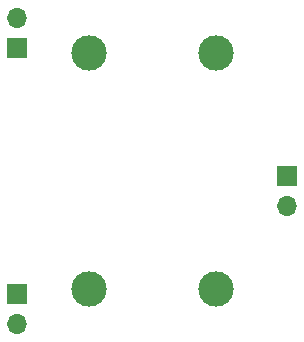
<source format=gbr>
%TF.GenerationSoftware,KiCad,Pcbnew,(6.0.8-1)-1*%
%TF.CreationDate,2023-01-25T17:11:04-08:00*%
%TF.ProjectId,SiPM_breakout,5369504d-5f62-4726-9561-6b6f75742e6b,rev?*%
%TF.SameCoordinates,Original*%
%TF.FileFunction,Soldermask,Bot*%
%TF.FilePolarity,Negative*%
%FSLAX46Y46*%
G04 Gerber Fmt 4.6, Leading zero omitted, Abs format (unit mm)*
G04 Created by KiCad (PCBNEW (6.0.8-1)-1) date 2023-01-25 17:11:04*
%MOMM*%
%LPD*%
G01*
G04 APERTURE LIST*
%ADD10C,3.000000*%
%ADD11R,1.700000X1.700000*%
%ADD12O,1.700000X1.700000*%
G04 APERTURE END LIST*
D10*
%TO.C,H2*%
X85447000Y-107617000D03*
%TD*%
%TO.C,H1*%
X85447000Y-87617000D03*
%TD*%
D11*
%TO.C,J2*%
X79400000Y-87200000D03*
D12*
X79400000Y-84660000D03*
%TD*%
D11*
%TO.C,J1*%
X79400000Y-108000000D03*
D12*
X79400000Y-110540000D03*
%TD*%
D10*
%TO.C,H1*%
X96200000Y-87600000D03*
%TD*%
%TO.C,H2*%
X96200000Y-107600000D03*
%TD*%
D11*
%TO.C,J3*%
X102200000Y-98000000D03*
D12*
X102200000Y-100540000D03*
%TD*%
M02*

</source>
